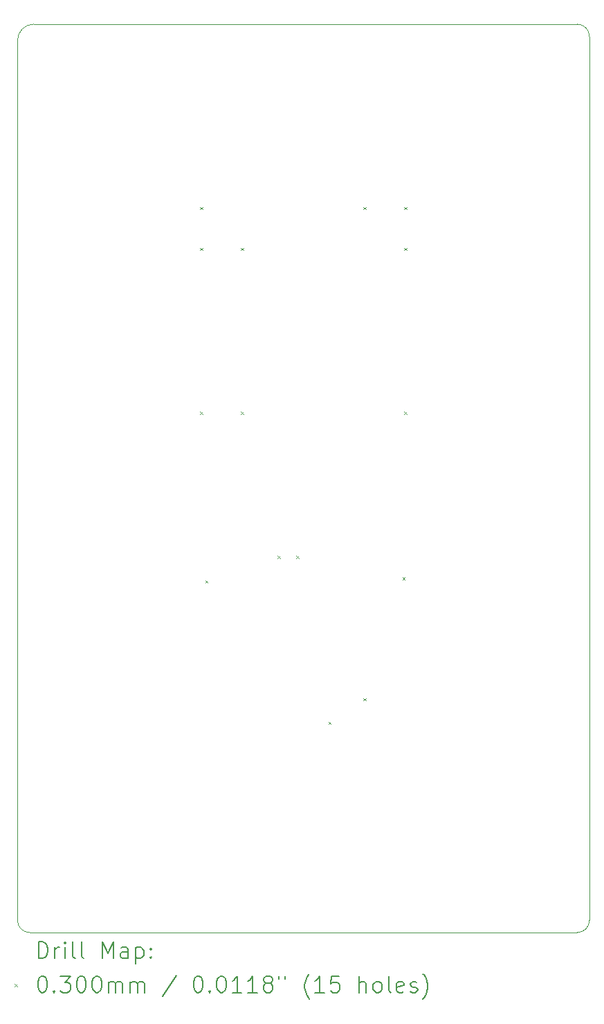
<source format=gbr>
%TF.GenerationSoftware,KiCad,Pcbnew,8.0.5-8.0.5-0~ubuntu24.04.1*%
%TF.CreationDate,2024-10-02T13:28:38+10:00*%
%TF.ProjectId,Touch Keypad,546f7563-6820-44b6-9579-7061642e6b69,rev?*%
%TF.SameCoordinates,PXbebc200PY8b3c880*%
%TF.FileFunction,Drillmap*%
%TF.FilePolarity,Positive*%
%FSLAX45Y45*%
G04 Gerber Fmt 4.5, Leading zero omitted, Abs format (unit mm)*
G04 Created by KiCad (PCBNEW 8.0.5-8.0.5-0~ubuntu24.04.1) date 2024-10-02 13:28:38*
%MOMM*%
%LPD*%
G01*
G04 APERTURE LIST*
%ADD10C,0.050000*%
%ADD11C,0.200000*%
%ADD12C,0.100000*%
G04 APERTURE END LIST*
D10*
X-150000Y11100000D02*
X-6800000Y11100000D01*
X0Y150000D02*
G75*
G02*
X-150000Y0I-150000J0D01*
G01*
X-6850000Y0D02*
X-150000Y0D01*
X-7000000Y10900000D02*
X-7000000Y150000D01*
X-150000Y11100000D02*
G75*
G02*
X0Y10950000I0J-150000D01*
G01*
X0Y150000D02*
X0Y10950000D01*
X-7000000Y10900000D02*
G75*
G02*
X-6800000Y11100000I200000J0D01*
G01*
X-6850000Y0D02*
G75*
G02*
X-7000000Y150000I0J150000D01*
G01*
D11*
D12*
X-4765000Y8865000D02*
X-4735000Y8835000D01*
X-4735000Y8865000D02*
X-4765000Y8835000D01*
X-4765000Y8365000D02*
X-4735000Y8335000D01*
X-4735000Y8365000D02*
X-4765000Y8335000D01*
X-4765000Y6365000D02*
X-4735000Y6335000D01*
X-4735000Y6365000D02*
X-4765000Y6335000D01*
X-4702500Y4302500D02*
X-4672500Y4272500D01*
X-4672500Y4302500D02*
X-4702500Y4272500D01*
X-4265000Y8365000D02*
X-4235000Y8335000D01*
X-4235000Y8365000D02*
X-4265000Y8335000D01*
X-4265000Y6365000D02*
X-4235000Y6335000D01*
X-4235000Y6365000D02*
X-4265000Y6335000D01*
X-3815000Y4602320D02*
X-3785000Y4572320D01*
X-3785000Y4602320D02*
X-3815000Y4572320D01*
X-3589370Y4602320D02*
X-3559370Y4572320D01*
X-3559370Y4602320D02*
X-3589370Y4572320D01*
X-3195000Y2575000D02*
X-3165000Y2545000D01*
X-3165000Y2575000D02*
X-3195000Y2545000D01*
X-2765000Y8865000D02*
X-2735000Y8835000D01*
X-2735000Y8865000D02*
X-2765000Y8835000D01*
X-2765000Y2865000D02*
X-2735000Y2835000D01*
X-2735000Y2865000D02*
X-2765000Y2835000D01*
X-2290000Y4340000D02*
X-2260000Y4310000D01*
X-2260000Y4340000D02*
X-2290000Y4310000D01*
X-2265000Y8865000D02*
X-2235000Y8835000D01*
X-2235000Y8865000D02*
X-2265000Y8835000D01*
X-2265000Y8365000D02*
X-2235000Y8335000D01*
X-2235000Y8365000D02*
X-2265000Y8335000D01*
X-2265000Y6365000D02*
X-2235000Y6335000D01*
X-2235000Y6365000D02*
X-2265000Y6335000D01*
D11*
X-6741723Y-313984D02*
X-6741723Y-113984D01*
X-6741723Y-113984D02*
X-6694104Y-113984D01*
X-6694104Y-113984D02*
X-6665533Y-123508D01*
X-6665533Y-123508D02*
X-6646485Y-142555D01*
X-6646485Y-142555D02*
X-6636961Y-161603D01*
X-6636961Y-161603D02*
X-6627437Y-199698D01*
X-6627437Y-199698D02*
X-6627437Y-228269D01*
X-6627437Y-228269D02*
X-6636961Y-266365D01*
X-6636961Y-266365D02*
X-6646485Y-285412D01*
X-6646485Y-285412D02*
X-6665533Y-304460D01*
X-6665533Y-304460D02*
X-6694104Y-313984D01*
X-6694104Y-313984D02*
X-6741723Y-313984D01*
X-6541723Y-313984D02*
X-6541723Y-180650D01*
X-6541723Y-218746D02*
X-6532199Y-199698D01*
X-6532199Y-199698D02*
X-6522676Y-190174D01*
X-6522676Y-190174D02*
X-6503628Y-180650D01*
X-6503628Y-180650D02*
X-6484580Y-180650D01*
X-6417914Y-313984D02*
X-6417914Y-180650D01*
X-6417914Y-113984D02*
X-6427437Y-123508D01*
X-6427437Y-123508D02*
X-6417914Y-133031D01*
X-6417914Y-133031D02*
X-6408390Y-123508D01*
X-6408390Y-123508D02*
X-6417914Y-113984D01*
X-6417914Y-113984D02*
X-6417914Y-133031D01*
X-6294104Y-313984D02*
X-6313152Y-304460D01*
X-6313152Y-304460D02*
X-6322676Y-285412D01*
X-6322676Y-285412D02*
X-6322676Y-113984D01*
X-6189342Y-313984D02*
X-6208390Y-304460D01*
X-6208390Y-304460D02*
X-6217914Y-285412D01*
X-6217914Y-285412D02*
X-6217914Y-113984D01*
X-5960771Y-313984D02*
X-5960771Y-113984D01*
X-5960771Y-113984D02*
X-5894104Y-256841D01*
X-5894104Y-256841D02*
X-5827437Y-113984D01*
X-5827437Y-113984D02*
X-5827437Y-313984D01*
X-5646485Y-313984D02*
X-5646485Y-209222D01*
X-5646485Y-209222D02*
X-5656009Y-190174D01*
X-5656009Y-190174D02*
X-5675056Y-180650D01*
X-5675056Y-180650D02*
X-5713152Y-180650D01*
X-5713152Y-180650D02*
X-5732199Y-190174D01*
X-5646485Y-304460D02*
X-5665533Y-313984D01*
X-5665533Y-313984D02*
X-5713152Y-313984D01*
X-5713152Y-313984D02*
X-5732199Y-304460D01*
X-5732199Y-304460D02*
X-5741723Y-285412D01*
X-5741723Y-285412D02*
X-5741723Y-266365D01*
X-5741723Y-266365D02*
X-5732199Y-247317D01*
X-5732199Y-247317D02*
X-5713152Y-237793D01*
X-5713152Y-237793D02*
X-5665533Y-237793D01*
X-5665533Y-237793D02*
X-5646485Y-228269D01*
X-5551247Y-180650D02*
X-5551247Y-380650D01*
X-5551247Y-190174D02*
X-5532199Y-180650D01*
X-5532199Y-180650D02*
X-5494104Y-180650D01*
X-5494104Y-180650D02*
X-5475057Y-190174D01*
X-5475057Y-190174D02*
X-5465533Y-199698D01*
X-5465533Y-199698D02*
X-5456009Y-218746D01*
X-5456009Y-218746D02*
X-5456009Y-275889D01*
X-5456009Y-275889D02*
X-5465533Y-294936D01*
X-5465533Y-294936D02*
X-5475057Y-304460D01*
X-5475057Y-304460D02*
X-5494104Y-313984D01*
X-5494104Y-313984D02*
X-5532199Y-313984D01*
X-5532199Y-313984D02*
X-5551247Y-304460D01*
X-5370295Y-294936D02*
X-5360771Y-304460D01*
X-5360771Y-304460D02*
X-5370295Y-313984D01*
X-5370295Y-313984D02*
X-5379818Y-304460D01*
X-5379818Y-304460D02*
X-5370295Y-294936D01*
X-5370295Y-294936D02*
X-5370295Y-313984D01*
X-5370295Y-190174D02*
X-5360771Y-199698D01*
X-5360771Y-199698D02*
X-5370295Y-209222D01*
X-5370295Y-209222D02*
X-5379818Y-199698D01*
X-5379818Y-199698D02*
X-5370295Y-190174D01*
X-5370295Y-190174D02*
X-5370295Y-209222D01*
D12*
X-7032500Y-627500D02*
X-7002500Y-657500D01*
X-7002500Y-627500D02*
X-7032500Y-657500D01*
D11*
X-6703628Y-533984D02*
X-6684580Y-533984D01*
X-6684580Y-533984D02*
X-6665533Y-543508D01*
X-6665533Y-543508D02*
X-6656009Y-553031D01*
X-6656009Y-553031D02*
X-6646485Y-572079D01*
X-6646485Y-572079D02*
X-6636961Y-610174D01*
X-6636961Y-610174D02*
X-6636961Y-657793D01*
X-6636961Y-657793D02*
X-6646485Y-695889D01*
X-6646485Y-695889D02*
X-6656009Y-714936D01*
X-6656009Y-714936D02*
X-6665533Y-724460D01*
X-6665533Y-724460D02*
X-6684580Y-733984D01*
X-6684580Y-733984D02*
X-6703628Y-733984D01*
X-6703628Y-733984D02*
X-6722676Y-724460D01*
X-6722676Y-724460D02*
X-6732199Y-714936D01*
X-6732199Y-714936D02*
X-6741723Y-695889D01*
X-6741723Y-695889D02*
X-6751247Y-657793D01*
X-6751247Y-657793D02*
X-6751247Y-610174D01*
X-6751247Y-610174D02*
X-6741723Y-572079D01*
X-6741723Y-572079D02*
X-6732199Y-553031D01*
X-6732199Y-553031D02*
X-6722676Y-543508D01*
X-6722676Y-543508D02*
X-6703628Y-533984D01*
X-6551247Y-714936D02*
X-6541723Y-724460D01*
X-6541723Y-724460D02*
X-6551247Y-733984D01*
X-6551247Y-733984D02*
X-6560771Y-724460D01*
X-6560771Y-724460D02*
X-6551247Y-714936D01*
X-6551247Y-714936D02*
X-6551247Y-733984D01*
X-6475056Y-533984D02*
X-6351247Y-533984D01*
X-6351247Y-533984D02*
X-6417914Y-610174D01*
X-6417914Y-610174D02*
X-6389342Y-610174D01*
X-6389342Y-610174D02*
X-6370295Y-619698D01*
X-6370295Y-619698D02*
X-6360771Y-629222D01*
X-6360771Y-629222D02*
X-6351247Y-648270D01*
X-6351247Y-648270D02*
X-6351247Y-695889D01*
X-6351247Y-695889D02*
X-6360771Y-714936D01*
X-6360771Y-714936D02*
X-6370295Y-724460D01*
X-6370295Y-724460D02*
X-6389342Y-733984D01*
X-6389342Y-733984D02*
X-6446485Y-733984D01*
X-6446485Y-733984D02*
X-6465533Y-724460D01*
X-6465533Y-724460D02*
X-6475056Y-714936D01*
X-6227437Y-533984D02*
X-6208390Y-533984D01*
X-6208390Y-533984D02*
X-6189342Y-543508D01*
X-6189342Y-543508D02*
X-6179818Y-553031D01*
X-6179818Y-553031D02*
X-6170295Y-572079D01*
X-6170295Y-572079D02*
X-6160771Y-610174D01*
X-6160771Y-610174D02*
X-6160771Y-657793D01*
X-6160771Y-657793D02*
X-6170295Y-695889D01*
X-6170295Y-695889D02*
X-6179818Y-714936D01*
X-6179818Y-714936D02*
X-6189342Y-724460D01*
X-6189342Y-724460D02*
X-6208390Y-733984D01*
X-6208390Y-733984D02*
X-6227437Y-733984D01*
X-6227437Y-733984D02*
X-6246485Y-724460D01*
X-6246485Y-724460D02*
X-6256009Y-714936D01*
X-6256009Y-714936D02*
X-6265533Y-695889D01*
X-6265533Y-695889D02*
X-6275056Y-657793D01*
X-6275056Y-657793D02*
X-6275056Y-610174D01*
X-6275056Y-610174D02*
X-6265533Y-572079D01*
X-6265533Y-572079D02*
X-6256009Y-553031D01*
X-6256009Y-553031D02*
X-6246485Y-543508D01*
X-6246485Y-543508D02*
X-6227437Y-533984D01*
X-6036961Y-533984D02*
X-6017914Y-533984D01*
X-6017914Y-533984D02*
X-5998866Y-543508D01*
X-5998866Y-543508D02*
X-5989342Y-553031D01*
X-5989342Y-553031D02*
X-5979818Y-572079D01*
X-5979818Y-572079D02*
X-5970295Y-610174D01*
X-5970295Y-610174D02*
X-5970295Y-657793D01*
X-5970295Y-657793D02*
X-5979818Y-695889D01*
X-5979818Y-695889D02*
X-5989342Y-714936D01*
X-5989342Y-714936D02*
X-5998866Y-724460D01*
X-5998866Y-724460D02*
X-6017914Y-733984D01*
X-6017914Y-733984D02*
X-6036961Y-733984D01*
X-6036961Y-733984D02*
X-6056009Y-724460D01*
X-6056009Y-724460D02*
X-6065533Y-714936D01*
X-6065533Y-714936D02*
X-6075056Y-695889D01*
X-6075056Y-695889D02*
X-6084580Y-657793D01*
X-6084580Y-657793D02*
X-6084580Y-610174D01*
X-6084580Y-610174D02*
X-6075056Y-572079D01*
X-6075056Y-572079D02*
X-6065533Y-553031D01*
X-6065533Y-553031D02*
X-6056009Y-543508D01*
X-6056009Y-543508D02*
X-6036961Y-533984D01*
X-5884580Y-733984D02*
X-5884580Y-600650D01*
X-5884580Y-619698D02*
X-5875056Y-610174D01*
X-5875056Y-610174D02*
X-5856009Y-600650D01*
X-5856009Y-600650D02*
X-5827437Y-600650D01*
X-5827437Y-600650D02*
X-5808390Y-610174D01*
X-5808390Y-610174D02*
X-5798866Y-629222D01*
X-5798866Y-629222D02*
X-5798866Y-733984D01*
X-5798866Y-629222D02*
X-5789342Y-610174D01*
X-5789342Y-610174D02*
X-5770295Y-600650D01*
X-5770295Y-600650D02*
X-5741723Y-600650D01*
X-5741723Y-600650D02*
X-5722675Y-610174D01*
X-5722675Y-610174D02*
X-5713152Y-629222D01*
X-5713152Y-629222D02*
X-5713152Y-733984D01*
X-5617914Y-733984D02*
X-5617914Y-600650D01*
X-5617914Y-619698D02*
X-5608390Y-610174D01*
X-5608390Y-610174D02*
X-5589342Y-600650D01*
X-5589342Y-600650D02*
X-5560771Y-600650D01*
X-5560771Y-600650D02*
X-5541723Y-610174D01*
X-5541723Y-610174D02*
X-5532199Y-629222D01*
X-5532199Y-629222D02*
X-5532199Y-733984D01*
X-5532199Y-629222D02*
X-5522676Y-610174D01*
X-5522676Y-610174D02*
X-5503628Y-600650D01*
X-5503628Y-600650D02*
X-5475057Y-600650D01*
X-5475057Y-600650D02*
X-5456009Y-610174D01*
X-5456009Y-610174D02*
X-5446485Y-629222D01*
X-5446485Y-629222D02*
X-5446485Y-733984D01*
X-5056009Y-524460D02*
X-5227437Y-781603D01*
X-4798866Y-533984D02*
X-4779818Y-533984D01*
X-4779818Y-533984D02*
X-4760771Y-543508D01*
X-4760771Y-543508D02*
X-4751247Y-553031D01*
X-4751247Y-553031D02*
X-4741723Y-572079D01*
X-4741723Y-572079D02*
X-4732199Y-610174D01*
X-4732199Y-610174D02*
X-4732199Y-657793D01*
X-4732199Y-657793D02*
X-4741723Y-695889D01*
X-4741723Y-695889D02*
X-4751247Y-714936D01*
X-4751247Y-714936D02*
X-4760771Y-724460D01*
X-4760771Y-724460D02*
X-4779818Y-733984D01*
X-4779818Y-733984D02*
X-4798866Y-733984D01*
X-4798866Y-733984D02*
X-4817914Y-724460D01*
X-4817914Y-724460D02*
X-4827437Y-714936D01*
X-4827437Y-714936D02*
X-4836961Y-695889D01*
X-4836961Y-695889D02*
X-4846485Y-657793D01*
X-4846485Y-657793D02*
X-4846485Y-610174D01*
X-4846485Y-610174D02*
X-4836961Y-572079D01*
X-4836961Y-572079D02*
X-4827437Y-553031D01*
X-4827437Y-553031D02*
X-4817914Y-543508D01*
X-4817914Y-543508D02*
X-4798866Y-533984D01*
X-4646485Y-714936D02*
X-4636961Y-724460D01*
X-4636961Y-724460D02*
X-4646485Y-733984D01*
X-4646485Y-733984D02*
X-4656009Y-724460D01*
X-4656009Y-724460D02*
X-4646485Y-714936D01*
X-4646485Y-714936D02*
X-4646485Y-733984D01*
X-4513152Y-533984D02*
X-4494104Y-533984D01*
X-4494104Y-533984D02*
X-4475056Y-543508D01*
X-4475056Y-543508D02*
X-4465533Y-553031D01*
X-4465533Y-553031D02*
X-4456009Y-572079D01*
X-4456009Y-572079D02*
X-4446485Y-610174D01*
X-4446485Y-610174D02*
X-4446485Y-657793D01*
X-4446485Y-657793D02*
X-4456009Y-695889D01*
X-4456009Y-695889D02*
X-4465533Y-714936D01*
X-4465533Y-714936D02*
X-4475056Y-724460D01*
X-4475056Y-724460D02*
X-4494104Y-733984D01*
X-4494104Y-733984D02*
X-4513152Y-733984D01*
X-4513152Y-733984D02*
X-4532199Y-724460D01*
X-4532199Y-724460D02*
X-4541723Y-714936D01*
X-4541723Y-714936D02*
X-4551247Y-695889D01*
X-4551247Y-695889D02*
X-4560771Y-657793D01*
X-4560771Y-657793D02*
X-4560771Y-610174D01*
X-4560771Y-610174D02*
X-4551247Y-572079D01*
X-4551247Y-572079D02*
X-4541723Y-553031D01*
X-4541723Y-553031D02*
X-4532199Y-543508D01*
X-4532199Y-543508D02*
X-4513152Y-533984D01*
X-4256009Y-733984D02*
X-4370294Y-733984D01*
X-4313152Y-733984D02*
X-4313152Y-533984D01*
X-4313152Y-533984D02*
X-4332199Y-562555D01*
X-4332199Y-562555D02*
X-4351247Y-581603D01*
X-4351247Y-581603D02*
X-4370294Y-591127D01*
X-4065532Y-733984D02*
X-4179818Y-733984D01*
X-4122675Y-733984D02*
X-4122675Y-533984D01*
X-4122675Y-533984D02*
X-4141723Y-562555D01*
X-4141723Y-562555D02*
X-4160771Y-581603D01*
X-4160771Y-581603D02*
X-4179818Y-591127D01*
X-3951247Y-619698D02*
X-3970294Y-610174D01*
X-3970294Y-610174D02*
X-3979818Y-600650D01*
X-3979818Y-600650D02*
X-3989342Y-581603D01*
X-3989342Y-581603D02*
X-3989342Y-572079D01*
X-3989342Y-572079D02*
X-3979818Y-553031D01*
X-3979818Y-553031D02*
X-3970294Y-543508D01*
X-3970294Y-543508D02*
X-3951247Y-533984D01*
X-3951247Y-533984D02*
X-3913151Y-533984D01*
X-3913151Y-533984D02*
X-3894104Y-543508D01*
X-3894104Y-543508D02*
X-3884580Y-553031D01*
X-3884580Y-553031D02*
X-3875056Y-572079D01*
X-3875056Y-572079D02*
X-3875056Y-581603D01*
X-3875056Y-581603D02*
X-3884580Y-600650D01*
X-3884580Y-600650D02*
X-3894104Y-610174D01*
X-3894104Y-610174D02*
X-3913151Y-619698D01*
X-3913151Y-619698D02*
X-3951247Y-619698D01*
X-3951247Y-619698D02*
X-3970294Y-629222D01*
X-3970294Y-629222D02*
X-3979818Y-638746D01*
X-3979818Y-638746D02*
X-3989342Y-657793D01*
X-3989342Y-657793D02*
X-3989342Y-695889D01*
X-3989342Y-695889D02*
X-3979818Y-714936D01*
X-3979818Y-714936D02*
X-3970294Y-724460D01*
X-3970294Y-724460D02*
X-3951247Y-733984D01*
X-3951247Y-733984D02*
X-3913151Y-733984D01*
X-3913151Y-733984D02*
X-3894104Y-724460D01*
X-3894104Y-724460D02*
X-3884580Y-714936D01*
X-3884580Y-714936D02*
X-3875056Y-695889D01*
X-3875056Y-695889D02*
X-3875056Y-657793D01*
X-3875056Y-657793D02*
X-3884580Y-638746D01*
X-3884580Y-638746D02*
X-3894104Y-629222D01*
X-3894104Y-629222D02*
X-3913151Y-619698D01*
X-3798866Y-533984D02*
X-3798866Y-572079D01*
X-3722675Y-533984D02*
X-3722675Y-572079D01*
X-3427437Y-810174D02*
X-3436961Y-800650D01*
X-3436961Y-800650D02*
X-3456009Y-772079D01*
X-3456009Y-772079D02*
X-3465532Y-753031D01*
X-3465532Y-753031D02*
X-3475056Y-724460D01*
X-3475056Y-724460D02*
X-3484580Y-676841D01*
X-3484580Y-676841D02*
X-3484580Y-638746D01*
X-3484580Y-638746D02*
X-3475056Y-591127D01*
X-3475056Y-591127D02*
X-3465532Y-562555D01*
X-3465532Y-562555D02*
X-3456009Y-543508D01*
X-3456009Y-543508D02*
X-3436961Y-514936D01*
X-3436961Y-514936D02*
X-3427437Y-505412D01*
X-3246485Y-733984D02*
X-3360770Y-733984D01*
X-3303628Y-733984D02*
X-3303628Y-533984D01*
X-3303628Y-533984D02*
X-3322675Y-562555D01*
X-3322675Y-562555D02*
X-3341723Y-581603D01*
X-3341723Y-581603D02*
X-3360770Y-591127D01*
X-3065532Y-533984D02*
X-3160770Y-533984D01*
X-3160770Y-533984D02*
X-3170294Y-629222D01*
X-3170294Y-629222D02*
X-3160770Y-619698D01*
X-3160770Y-619698D02*
X-3141723Y-610174D01*
X-3141723Y-610174D02*
X-3094104Y-610174D01*
X-3094104Y-610174D02*
X-3075056Y-619698D01*
X-3075056Y-619698D02*
X-3065532Y-629222D01*
X-3065532Y-629222D02*
X-3056009Y-648270D01*
X-3056009Y-648270D02*
X-3056009Y-695889D01*
X-3056009Y-695889D02*
X-3065532Y-714936D01*
X-3065532Y-714936D02*
X-3075056Y-724460D01*
X-3075056Y-724460D02*
X-3094104Y-733984D01*
X-3094104Y-733984D02*
X-3141723Y-733984D01*
X-3141723Y-733984D02*
X-3160770Y-724460D01*
X-3160770Y-724460D02*
X-3170294Y-714936D01*
X-2817913Y-733984D02*
X-2817913Y-533984D01*
X-2732199Y-733984D02*
X-2732199Y-629222D01*
X-2732199Y-629222D02*
X-2741723Y-610174D01*
X-2741723Y-610174D02*
X-2760770Y-600650D01*
X-2760770Y-600650D02*
X-2789342Y-600650D01*
X-2789342Y-600650D02*
X-2808389Y-610174D01*
X-2808389Y-610174D02*
X-2817913Y-619698D01*
X-2608390Y-733984D02*
X-2627437Y-724460D01*
X-2627437Y-724460D02*
X-2636961Y-714936D01*
X-2636961Y-714936D02*
X-2646485Y-695889D01*
X-2646485Y-695889D02*
X-2646485Y-638746D01*
X-2646485Y-638746D02*
X-2636961Y-619698D01*
X-2636961Y-619698D02*
X-2627437Y-610174D01*
X-2627437Y-610174D02*
X-2608390Y-600650D01*
X-2608390Y-600650D02*
X-2579818Y-600650D01*
X-2579818Y-600650D02*
X-2560770Y-610174D01*
X-2560770Y-610174D02*
X-2551247Y-619698D01*
X-2551247Y-619698D02*
X-2541723Y-638746D01*
X-2541723Y-638746D02*
X-2541723Y-695889D01*
X-2541723Y-695889D02*
X-2551247Y-714936D01*
X-2551247Y-714936D02*
X-2560770Y-724460D01*
X-2560770Y-724460D02*
X-2579818Y-733984D01*
X-2579818Y-733984D02*
X-2608390Y-733984D01*
X-2427437Y-733984D02*
X-2446485Y-724460D01*
X-2446485Y-724460D02*
X-2456009Y-705412D01*
X-2456009Y-705412D02*
X-2456009Y-533984D01*
X-2275056Y-724460D02*
X-2294104Y-733984D01*
X-2294104Y-733984D02*
X-2332199Y-733984D01*
X-2332199Y-733984D02*
X-2351247Y-724460D01*
X-2351247Y-724460D02*
X-2360770Y-705412D01*
X-2360770Y-705412D02*
X-2360770Y-629222D01*
X-2360770Y-629222D02*
X-2351247Y-610174D01*
X-2351247Y-610174D02*
X-2332199Y-600650D01*
X-2332199Y-600650D02*
X-2294104Y-600650D01*
X-2294104Y-600650D02*
X-2275056Y-610174D01*
X-2275056Y-610174D02*
X-2265532Y-629222D01*
X-2265532Y-629222D02*
X-2265532Y-648270D01*
X-2265532Y-648270D02*
X-2360770Y-667317D01*
X-2189342Y-724460D02*
X-2170294Y-733984D01*
X-2170294Y-733984D02*
X-2132199Y-733984D01*
X-2132199Y-733984D02*
X-2113151Y-724460D01*
X-2113151Y-724460D02*
X-2103628Y-705412D01*
X-2103628Y-705412D02*
X-2103628Y-695889D01*
X-2103628Y-695889D02*
X-2113151Y-676841D01*
X-2113151Y-676841D02*
X-2132199Y-667317D01*
X-2132199Y-667317D02*
X-2160770Y-667317D01*
X-2160770Y-667317D02*
X-2179818Y-657793D01*
X-2179818Y-657793D02*
X-2189342Y-638746D01*
X-2189342Y-638746D02*
X-2189342Y-629222D01*
X-2189342Y-629222D02*
X-2179818Y-610174D01*
X-2179818Y-610174D02*
X-2160770Y-600650D01*
X-2160770Y-600650D02*
X-2132199Y-600650D01*
X-2132199Y-600650D02*
X-2113151Y-610174D01*
X-2036961Y-810174D02*
X-2027437Y-800650D01*
X-2027437Y-800650D02*
X-2008389Y-772079D01*
X-2008389Y-772079D02*
X-1998866Y-753031D01*
X-1998866Y-753031D02*
X-1989342Y-724460D01*
X-1989342Y-724460D02*
X-1979818Y-676841D01*
X-1979818Y-676841D02*
X-1979818Y-638746D01*
X-1979818Y-638746D02*
X-1989342Y-591127D01*
X-1989342Y-591127D02*
X-1998866Y-562555D01*
X-1998866Y-562555D02*
X-2008389Y-543508D01*
X-2008389Y-543508D02*
X-2027437Y-514936D01*
X-2027437Y-514936D02*
X-2036961Y-505412D01*
M02*

</source>
